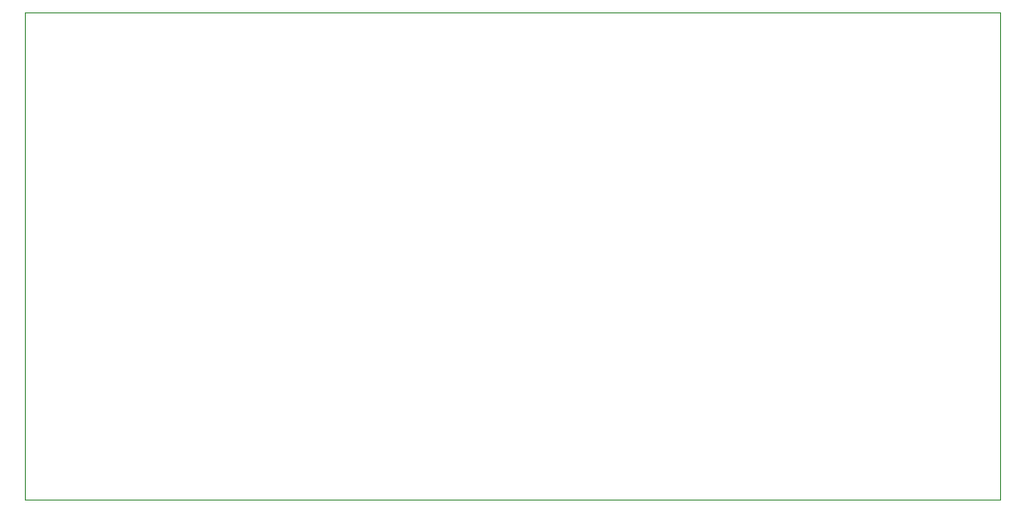
<source format=gbr>
%TF.GenerationSoftware,Altium Limited,Altium Designer,22.4.2 (48)*%
G04 Layer_Color=0*
%FSLAX45Y45*%
%MOMM*%
%TF.SameCoordinates,21CD9DD7-479E-4939-AD86-19BEA9B0C4F6*%
%TF.FilePolarity,Positive*%
%TF.FileFunction,Profile,NP*%
%TF.Part,Single*%
G01*
G75*
%TA.AperFunction,Profile*%
%ADD24C,0.02540*%
D24*
X0Y254000D02*
X8636000D01*
Y4572000D01*
X0D01*
Y254000D01*
%TF.MD5,268be7619c4b643a55fa07668e5f205c*%
M02*

</source>
